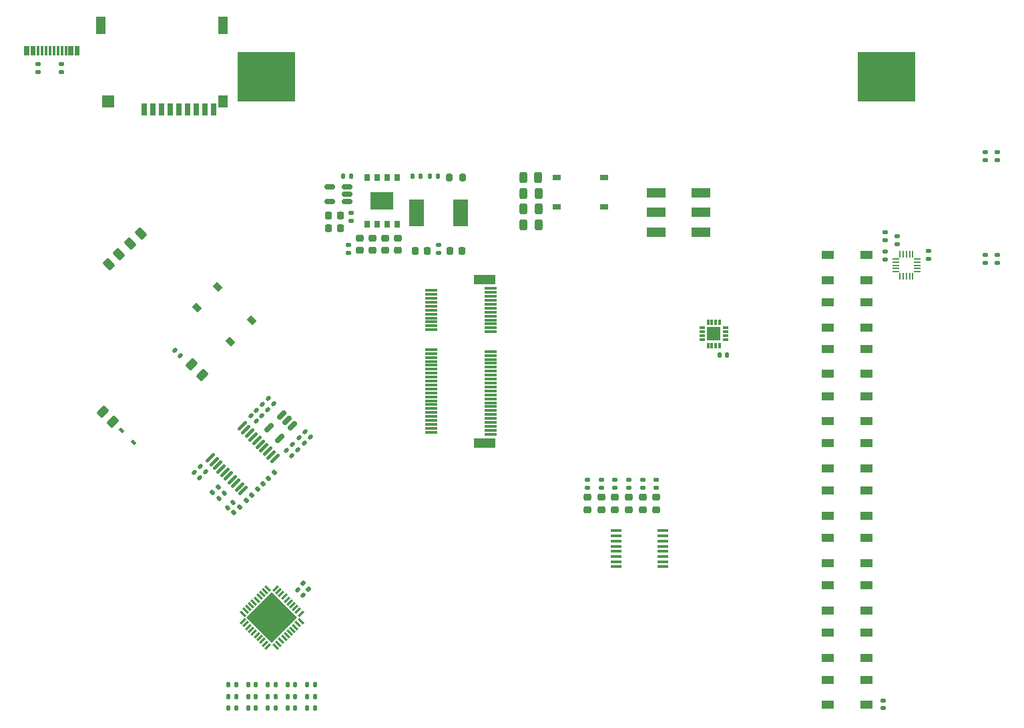
<source format=gbr>
%TF.GenerationSoftware,KiCad,Pcbnew,(6.0.5)*%
%TF.CreationDate,2022-06-18T22:15:24+02:00*%
%TF.ProjectId,clarinoid-devboard,636c6172-696e-46f6-9964-2d646576626f,rev?*%
%TF.SameCoordinates,Original*%
%TF.FileFunction,Paste,Top*%
%TF.FilePolarity,Positive*%
%FSLAX46Y46*%
G04 Gerber Fmt 4.6, Leading zero omitted, Abs format (unit mm)*
G04 Created by KiCad (PCBNEW (6.0.5)) date 2022-06-18 22:15:24*
%MOMM*%
%LPD*%
G01*
G04 APERTURE LIST*
G04 Aperture macros list*
%AMRoundRect*
0 Rectangle with rounded corners*
0 $1 Rounding radius*
0 $2 $3 $4 $5 $6 $7 $8 $9 X,Y pos of 4 corners*
0 Add a 4 corners polygon primitive as box body*
4,1,4,$2,$3,$4,$5,$6,$7,$8,$9,$2,$3,0*
0 Add four circle primitives for the rounded corners*
1,1,$1+$1,$2,$3*
1,1,$1+$1,$4,$5*
1,1,$1+$1,$6,$7*
1,1,$1+$1,$8,$9*
0 Add four rect primitives between the rounded corners*
20,1,$1+$1,$2,$3,$4,$5,0*
20,1,$1+$1,$4,$5,$6,$7,0*
20,1,$1+$1,$6,$7,$8,$9,0*
20,1,$1+$1,$8,$9,$2,$3,0*%
%AMRotRect*
0 Rectangle, with rotation*
0 The origin of the aperture is its center*
0 $1 length*
0 $2 width*
0 $3 Rotation angle, in degrees counterclockwise*
0 Add horizontal line*
21,1,$1,$2,0,0,$3*%
%AMFreePoly0*
4,1,14,0.354215,0.088284,0.450784,-0.008285,0.462500,-0.036569,0.462500,-0.060000,0.450784,-0.088284,0.422500,-0.100000,-0.422500,-0.100000,-0.450784,-0.088284,-0.462500,-0.060000,-0.462500,0.060000,-0.450784,0.088284,-0.422500,0.100000,0.325931,0.100000,0.354215,0.088284,0.354215,0.088284,$1*%
%AMFreePoly1*
4,1,14,0.450784,0.088284,0.462500,0.060000,0.462500,0.036569,0.450784,0.008285,0.354215,-0.088284,0.325931,-0.100000,-0.422500,-0.100000,-0.450784,-0.088284,-0.462500,-0.060000,-0.462500,0.060000,-0.450784,0.088284,-0.422500,0.100000,0.422500,0.100000,0.450784,0.088284,0.450784,0.088284,$1*%
%AMFreePoly2*
4,1,14,0.088284,0.450784,0.100000,0.422500,0.100000,-0.422500,0.088284,-0.450784,0.060000,-0.462500,-0.060000,-0.462500,-0.088284,-0.450784,-0.100000,-0.422500,-0.100000,0.325931,-0.088284,0.354215,0.008285,0.450784,0.036569,0.462500,0.060000,0.462500,0.088284,0.450784,0.088284,0.450784,$1*%
%AMFreePoly3*
4,1,14,-0.008285,0.450784,0.088284,0.354215,0.100000,0.325931,0.100000,-0.422500,0.088284,-0.450784,0.060000,-0.462500,-0.060000,-0.462500,-0.088284,-0.450784,-0.100000,-0.422500,-0.100000,0.422500,-0.088284,0.450784,-0.060000,0.462500,-0.036569,0.462500,-0.008285,0.450784,-0.008285,0.450784,$1*%
%AMFreePoly4*
4,1,14,0.450784,0.088284,0.462500,0.060000,0.462500,-0.060000,0.450784,-0.088284,0.422500,-0.100000,-0.325931,-0.100000,-0.354215,-0.088284,-0.450784,0.008285,-0.462500,0.036569,-0.462500,0.060000,-0.450784,0.088284,-0.422500,0.100000,0.422500,0.100000,0.450784,0.088284,0.450784,0.088284,$1*%
%AMFreePoly5*
4,1,14,0.450784,0.088284,0.462500,0.060000,0.462500,-0.060000,0.450784,-0.088284,0.422500,-0.100000,-0.422500,-0.100000,-0.450784,-0.088284,-0.462500,-0.060000,-0.462500,-0.036569,-0.450784,-0.008285,-0.354215,0.088284,-0.325931,0.100000,0.422500,0.100000,0.450784,0.088284,0.450784,0.088284,$1*%
%AMFreePoly6*
4,1,14,0.088284,0.450784,0.100000,0.422500,0.100000,-0.325931,0.088284,-0.354215,-0.008285,-0.450784,-0.036569,-0.462500,-0.060000,-0.462500,-0.088284,-0.450784,-0.100000,-0.422500,-0.100000,0.422500,-0.088284,0.450784,-0.060000,0.462500,0.060000,0.462500,0.088284,0.450784,0.088284,0.450784,$1*%
%AMFreePoly7*
4,1,14,0.088284,0.450784,0.100000,0.422500,0.100000,-0.422500,0.088284,-0.450784,0.060000,-0.462500,0.036569,-0.462500,0.008285,-0.450784,-0.088284,-0.354215,-0.100000,-0.325931,-0.100000,0.422500,-0.088284,0.450784,-0.060000,0.462500,0.060000,0.462500,0.088284,0.450784,0.088284,0.450784,$1*%
G04 Aperture macros list end*
%ADD10RoundRect,0.147500X-0.147500X-0.172500X0.147500X-0.172500X0.147500X0.172500X-0.147500X0.172500X0*%
%ADD11RoundRect,0.218750X0.256250X-0.218750X0.256250X0.218750X-0.256250X0.218750X-0.256250X-0.218750X0*%
%ADD12RoundRect,0.140000X-0.219203X-0.021213X-0.021213X-0.219203X0.219203X0.021213X0.021213X0.219203X0*%
%ADD13RoundRect,0.225000X0.225000X0.250000X-0.225000X0.250000X-0.225000X-0.250000X0.225000X-0.250000X0*%
%ADD14RoundRect,0.135000X0.185000X-0.135000X0.185000X0.135000X-0.185000X0.135000X-0.185000X-0.135000X0*%
%ADD15RoundRect,0.225000X-0.250000X0.225000X-0.250000X-0.225000X0.250000X-0.225000X0.250000X0.225000X0*%
%ADD16RotRect,0.600000X0.450000X315.000000*%
%ADD17RoundRect,0.140000X0.170000X-0.140000X0.170000X0.140000X-0.170000X0.140000X-0.170000X-0.140000X0*%
%ADD18RoundRect,0.135000X0.135000X0.185000X-0.135000X0.185000X-0.135000X-0.185000X0.135000X-0.185000X0*%
%ADD19R,1.475000X0.450000*%
%ADD20R,0.700000X0.950000*%
%ADD21R,2.850000X2.250000*%
%ADD22R,2.375000X1.300000*%
%ADD23RoundRect,0.140000X0.021213X-0.219203X0.219203X-0.021213X-0.021213X0.219203X-0.219203X0.021213X0*%
%ADD24R,1.500000X1.000000*%
%ADD25R,7.340000X6.350000*%
%ADD26R,1.850000X3.500000*%
%ADD27RoundRect,0.135000X-0.185000X0.135000X-0.185000X-0.135000X0.185000X-0.135000X0.185000X0.135000X0*%
%ADD28RoundRect,0.243750X0.243750X0.456250X-0.243750X0.456250X-0.243750X-0.456250X0.243750X-0.456250X0*%
%ADD29RotRect,0.300000X0.850000X45.000000*%
%ADD30RotRect,0.300000X0.850000X315.000000*%
%ADD31RotRect,4.550000X4.550000X315.000000*%
%ADD32RoundRect,0.140000X0.140000X0.170000X-0.140000X0.170000X-0.140000X-0.170000X0.140000X-0.170000X0*%
%ADD33RoundRect,0.135000X0.226274X0.035355X0.035355X0.226274X-0.226274X-0.035355X-0.035355X-0.226274X0*%
%ADD34RoundRect,0.140000X0.219203X0.021213X0.021213X0.219203X-0.219203X-0.021213X-0.021213X-0.219203X0*%
%ADD35RoundRect,0.243750X-0.243750X-0.456250X0.243750X-0.456250X0.243750X0.456250X-0.243750X0.456250X0*%
%ADD36RoundRect,0.150000X0.512500X0.150000X-0.512500X0.150000X-0.512500X-0.150000X0.512500X-0.150000X0*%
%ADD37RoundRect,0.135000X-0.035355X0.226274X-0.226274X0.035355X0.035355X-0.226274X0.226274X-0.035355X0*%
%ADD38RoundRect,0.250000X0.132583X-0.503814X0.503814X-0.132583X-0.132583X0.503814X-0.503814X0.132583X0*%
%ADD39RoundRect,0.250000X0.503814X0.132583X0.132583X0.503814X-0.503814X-0.132583X-0.132583X-0.503814X0*%
%ADD40FreePoly0,270.000000*%
%ADD41RoundRect,0.050000X-0.050000X0.412500X-0.050000X-0.412500X0.050000X-0.412500X0.050000X0.412500X0*%
%ADD42FreePoly1,270.000000*%
%ADD43FreePoly2,270.000000*%
%ADD44RoundRect,0.050000X-0.412500X0.050000X-0.412500X-0.050000X0.412500X-0.050000X0.412500X0.050000X0*%
%ADD45FreePoly3,270.000000*%
%ADD46FreePoly4,270.000000*%
%ADD47FreePoly5,270.000000*%
%ADD48FreePoly6,270.000000*%
%ADD49FreePoly7,270.000000*%
%ADD50R,0.700000X1.600000*%
%ADD51R,1.200000X1.500000*%
%ADD52R,1.200000X2.200000*%
%ADD53R,1.600000X1.500000*%
%ADD54RoundRect,0.135000X0.035355X-0.226274X0.226274X-0.035355X-0.035355X0.226274X-0.226274X0.035355X0*%
%ADD55RoundRect,0.100000X-0.380070X-0.521491X0.521491X0.380070X0.380070X0.521491X-0.521491X-0.380070X0*%
%ADD56R,0.300000X0.800000*%
%ADD57R,0.800000X0.300000*%
%ADD58R,1.800000X1.800000*%
%ADD59RoundRect,0.140000X-0.170000X0.140000X-0.170000X-0.140000X0.170000X-0.140000X0.170000X0.140000X0*%
%ADD60R,0.300000X1.150000*%
%ADD61R,1.550000X0.300000*%
%ADD62R,2.750000X1.200000*%
%ADD63RoundRect,0.200000X0.200000X0.275000X-0.200000X0.275000X-0.200000X-0.275000X0.200000X-0.275000X0*%
%ADD64RoundRect,0.225000X-0.225000X-0.250000X0.225000X-0.250000X0.225000X0.250000X-0.225000X0.250000X0*%
%ADD65RoundRect,0.140000X-0.140000X-0.170000X0.140000X-0.170000X0.140000X0.170000X-0.140000X0.170000X0*%
%ADD66R,1.000000X0.750000*%
%ADD67RoundRect,0.250000X-0.503814X-0.132583X-0.132583X-0.503814X0.503814X0.132583X0.132583X0.503814X0*%
%ADD68RotRect,1.000000X0.750000X315.000000*%
%ADD69RoundRect,0.150000X0.256326X0.468458X-0.468458X-0.256326X-0.256326X-0.468458X0.468458X0.256326X0*%
G04 APERTURE END LIST*
D10*
%TO.C,D19*%
X119713312Y-114934542D03*
X120683312Y-114934542D03*
%TD*%
D11*
%TO.C,D5*%
X171493312Y-91247042D03*
X171493312Y-89672042D03*
%TD*%
D12*
%TO.C,C4*%
X126883077Y-81371386D03*
X127561899Y-82050208D03*
%TD*%
D13*
%TO.C,C28*%
X131420804Y-55512034D03*
X129870804Y-55512034D03*
%TD*%
D14*
%TO.C,R38*%
X164493312Y-88459542D03*
X164493312Y-87439542D03*
%TD*%
D15*
%TO.C,C21*%
X135460804Y-56797034D03*
X135460804Y-58347034D03*
%TD*%
D11*
%TO.C,D7*%
X169743312Y-91247042D03*
X169743312Y-89672042D03*
%TD*%
D14*
%TO.C,R35*%
X169743312Y-88459542D03*
X169743312Y-87439542D03*
%TD*%
%TO.C,R40*%
X213198312Y-46934542D03*
X213198312Y-45914542D03*
%TD*%
D10*
%TO.C,D23*%
X119713312Y-116434542D03*
X120683312Y-116434542D03*
%TD*%
D16*
%TO.C,D6*%
X103675702Y-81230055D03*
X105160626Y-82714979D03*
%TD*%
D10*
%TO.C,D15*%
X117213312Y-113434542D03*
X118183312Y-113434542D03*
%TD*%
%TO.C,D26*%
X127213312Y-116434542D03*
X128183312Y-116434542D03*
%TD*%
D17*
%TO.C,C23*%
X132460804Y-58657034D03*
X132460804Y-57697034D03*
%TD*%
D18*
%TO.C,R10*%
X132770804Y-48912034D03*
X131750804Y-48912034D03*
%TD*%
D17*
%TO.C,C26*%
X132745804Y-54572034D03*
X132745804Y-53612034D03*
%TD*%
D12*
%TO.C,C14*%
X122226946Y-77146256D03*
X122905768Y-77825078D03*
%TD*%
D17*
%TO.C,C25*%
X200468792Y-57032042D03*
X200468792Y-56072042D03*
%TD*%
D11*
%TO.C,D9*%
X166243312Y-91237042D03*
X166243312Y-89662042D03*
%TD*%
D13*
%TO.C,C18*%
X142435804Y-58397034D03*
X140885804Y-58397034D03*
%TD*%
D15*
%TO.C,C20*%
X137060804Y-56797034D03*
X137060804Y-58347034D03*
%TD*%
D19*
%TO.C,IC1*%
X166385312Y-93934542D03*
X166385312Y-94584542D03*
X166385312Y-95234542D03*
X166385312Y-95884542D03*
X166385312Y-96534542D03*
X166385312Y-97184542D03*
X166385312Y-97834542D03*
X166385312Y-98484542D03*
X172261312Y-98484542D03*
X172261312Y-97834542D03*
X172261312Y-97184542D03*
X172261312Y-96534542D03*
X172261312Y-95884542D03*
X172261312Y-95234542D03*
X172261312Y-94584542D03*
X172261312Y-93934542D03*
%TD*%
D20*
%TO.C,IC2*%
X138560804Y-49097034D03*
X137290804Y-49097034D03*
X136020804Y-49097034D03*
X134750804Y-49097034D03*
X134750804Y-55047034D03*
X136020804Y-55047034D03*
X137290804Y-55047034D03*
X138560804Y-55047034D03*
D21*
X136655804Y-52072034D03*
%TD*%
D22*
%TO.C,U10*%
X177118804Y-51032034D03*
X177118804Y-53532034D03*
X177118804Y-56032034D03*
X171492804Y-56032034D03*
X171492804Y-53532034D03*
X171492804Y-51032034D03*
%TD*%
D10*
%TO.C,D13*%
X122213312Y-113434542D03*
X123183312Y-113434542D03*
%TD*%
D23*
%TO.C,C12*%
X117099730Y-90977956D03*
X117778552Y-90299134D03*
%TD*%
D24*
%TO.C,D32*%
X198098312Y-86034542D03*
X198098312Y-82834542D03*
X193198312Y-82834542D03*
X193198312Y-86034542D03*
%TD*%
D25*
%TO.C,BT1*%
X121988304Y-36346568D03*
X200648304Y-36346568D03*
%TD*%
D26*
%TO.C,L1*%
X141060804Y-53612034D03*
X146660804Y-53612034D03*
%TD*%
D27*
%TO.C,R4*%
X205993312Y-58439542D03*
X205993312Y-59459542D03*
%TD*%
D10*
%TO.C,D20*%
X124713312Y-114934542D03*
X125683312Y-114934542D03*
%TD*%
%TO.C,D25*%
X127213312Y-113434542D03*
X128183312Y-113434542D03*
%TD*%
D14*
%TO.C,R41*%
X214698312Y-46944542D03*
X214698312Y-45924542D03*
%TD*%
D24*
%TO.C,D31*%
X198098312Y-92034542D03*
X198098312Y-88834542D03*
X193198312Y-88834542D03*
X193198312Y-92034542D03*
%TD*%
D11*
%TO.C,D11*%
X162743312Y-91237042D03*
X162743312Y-89662042D03*
%TD*%
D28*
%TO.C,D1*%
X156518304Y-55096568D03*
X154643304Y-55096568D03*
%TD*%
D29*
%TO.C,IC3*%
X122203337Y-101257587D03*
X121849784Y-101611140D03*
X121496230Y-101964694D03*
X121142677Y-102318247D03*
X120789124Y-102671800D03*
X120435570Y-103025354D03*
X120082017Y-103378907D03*
X119728464Y-103732460D03*
X119374910Y-104086014D03*
X119021357Y-104439567D03*
D30*
X119021357Y-105429517D03*
X119374910Y-105783070D03*
X119728464Y-106136624D03*
X120082017Y-106490177D03*
X120435570Y-106843730D03*
X120789124Y-107197284D03*
X121142677Y-107550837D03*
X121496230Y-107904390D03*
X121849784Y-108257944D03*
X122203337Y-108611497D03*
D29*
X123193287Y-108611497D03*
X123546840Y-108257944D03*
X123900394Y-107904390D03*
X124253947Y-107550837D03*
X124607500Y-107197284D03*
X124961054Y-106843730D03*
X125314607Y-106490177D03*
X125668160Y-106136624D03*
X126021714Y-105783070D03*
X126375267Y-105429517D03*
D30*
X126375267Y-104439567D03*
X126021714Y-104086014D03*
X125668160Y-103732460D03*
X125314607Y-103378907D03*
X124961054Y-103025354D03*
X124607500Y-102671800D03*
X124253947Y-102318247D03*
X123900394Y-101964694D03*
X123546840Y-101611140D03*
X123193287Y-101257587D03*
D31*
X122698312Y-104934542D03*
%TD*%
D32*
%TO.C,C15*%
X143740804Y-48897034D03*
X142780804Y-48897034D03*
%TD*%
D24*
%TO.C,D36*%
X198148312Y-62134542D03*
X198148312Y-58934542D03*
X193248312Y-58934542D03*
X193248312Y-62134542D03*
%TD*%
D10*
%TO.C,D18*%
X122213312Y-116434542D03*
X123183312Y-116434542D03*
%TD*%
%TO.C,D22*%
X117213312Y-116434542D03*
X118183312Y-116434542D03*
%TD*%
D24*
%TO.C,D27*%
X198098312Y-116034542D03*
X198098312Y-112834542D03*
X193198312Y-112834542D03*
X193198312Y-116034542D03*
%TD*%
D33*
%TO.C,R16*%
X127353936Y-101310166D03*
X126632688Y-100588918D03*
%TD*%
D12*
%TO.C,C27*%
X110442714Y-71026505D03*
X111121536Y-71705327D03*
%TD*%
D34*
%TO.C,C8*%
X113501248Y-87229599D03*
X112822426Y-86550777D03*
%TD*%
%TO.C,C5*%
X126017038Y-83623354D03*
X125338216Y-82944532D03*
%TD*%
D23*
%TO.C,C9*%
X115982501Y-89832443D03*
X116661323Y-89153621D03*
%TD*%
D24*
%TO.C,D35*%
X198148312Y-68134542D03*
X198148312Y-64934542D03*
X193248312Y-64934542D03*
X193248312Y-68134542D03*
%TD*%
D11*
%TO.C,D8*%
X167993312Y-91237042D03*
X167993312Y-89662042D03*
%TD*%
D10*
%TO.C,D17*%
X122213312Y-114934542D03*
X123183312Y-114934542D03*
%TD*%
%TO.C,D14*%
X119713312Y-113434542D03*
X120683312Y-113434542D03*
%TD*%
D35*
%TO.C,D2*%
X154643304Y-53096568D03*
X156518304Y-53096568D03*
%TD*%
D36*
%TO.C,U11*%
X132283304Y-52162034D03*
X132283304Y-51212034D03*
X132283304Y-50262034D03*
X130008304Y-50262034D03*
X130008304Y-52162034D03*
%TD*%
D37*
%TO.C,R6*%
X118613630Y-90913626D03*
X117892382Y-91634874D03*
%TD*%
D24*
%TO.C,D29*%
X198098312Y-104034542D03*
X198098312Y-100834542D03*
X193198312Y-100834542D03*
X193198312Y-104034542D03*
%TD*%
D17*
%TO.C,C24*%
X201993312Y-57539542D03*
X201993312Y-56579542D03*
%TD*%
D12*
%TO.C,C11*%
X121519839Y-77853363D03*
X122198661Y-78532185D03*
%TD*%
D14*
%TO.C,R34*%
X171493312Y-88459542D03*
X171493312Y-87439542D03*
%TD*%
D34*
%TO.C,C6*%
X125225078Y-84387029D03*
X124546256Y-83708207D03*
%TD*%
D10*
%TO.C,D16*%
X117213312Y-114934542D03*
X118183312Y-114934542D03*
%TD*%
D15*
%TO.C,C17*%
X138660804Y-56797034D03*
X138660804Y-58347034D03*
%TD*%
D10*
%TO.C,D24*%
X124713312Y-116434542D03*
X125683312Y-116434542D03*
%TD*%
D38*
%TO.C,R21*%
X102015569Y-60092269D03*
X103306039Y-58801799D03*
%TD*%
D39*
%TO.C,R22*%
X113840362Y-74141310D03*
X112549892Y-72850840D03*
%TD*%
D35*
%TO.C,D4*%
X154580804Y-49096568D03*
X156455804Y-49096568D03*
%TD*%
D14*
%TO.C,R37*%
X166243312Y-88459542D03*
X166243312Y-87439542D03*
%TD*%
D40*
%TO.C,U4*%
X203993312Y-58852042D03*
D41*
X203593312Y-58852042D03*
X203193312Y-58852042D03*
X202793312Y-58852042D03*
D42*
X202393312Y-58852042D03*
D43*
X201805812Y-59439542D03*
D44*
X201805812Y-59839542D03*
X201805812Y-60239542D03*
X201805812Y-60639542D03*
D45*
X201805812Y-61039542D03*
D46*
X202393312Y-61627042D03*
D41*
X202793312Y-61627042D03*
X203193312Y-61627042D03*
X203593312Y-61627042D03*
D47*
X203993312Y-61627042D03*
D48*
X204580812Y-61039542D03*
D44*
X204580812Y-60639542D03*
X204580812Y-60239542D03*
X204580812Y-59839542D03*
D49*
X204580812Y-59439542D03*
%TD*%
D27*
%TO.C,R11*%
X143860804Y-57687034D03*
X143860804Y-58707034D03*
%TD*%
D50*
%TO.C,J3*%
X106525000Y-40437500D03*
X107625000Y-40437500D03*
X108725000Y-40437500D03*
X109825000Y-40437500D03*
X110925000Y-40437500D03*
X112025000Y-40437500D03*
X113125000Y-40437500D03*
X114225000Y-40437500D03*
X115325000Y-40437500D03*
D51*
X116525000Y-39437500D03*
D52*
X116525000Y-29837500D03*
X101025000Y-29837500D03*
D53*
X101925000Y-39437500D03*
%TD*%
D37*
%TO.C,R3*%
X123004763Y-86550777D03*
X122283515Y-87272025D03*
%TD*%
D34*
%TO.C,C13*%
X121420844Y-79310003D03*
X120742022Y-78631181D03*
%TD*%
D24*
%TO.C,D33*%
X198098312Y-80034542D03*
X198098312Y-76834542D03*
X193198312Y-76834542D03*
X193198312Y-80034542D03*
%TD*%
D54*
%TO.C,R1*%
X119455088Y-90100452D03*
X120176336Y-89379204D03*
%TD*%
D11*
%TO.C,D10*%
X164493312Y-91247042D03*
X164493312Y-89672042D03*
%TD*%
D12*
%TO.C,C3*%
X126138931Y-82115533D03*
X126817753Y-82794355D03*
%TD*%
D14*
%TO.C,R7*%
X93018304Y-35746568D03*
X93018304Y-34726568D03*
%TD*%
D55*
%TO.C,U1*%
X114903088Y-84689318D03*
X115362707Y-85148937D03*
X115822326Y-85608557D03*
X116281946Y-86068176D03*
X116741565Y-86527795D03*
X117201185Y-86987415D03*
X117660804Y-87447034D03*
X118120423Y-87906654D03*
X118580043Y-88366273D03*
X119039662Y-88825892D03*
X123087848Y-84777706D03*
X122628229Y-84318087D03*
X122168610Y-83858467D03*
X121708990Y-83398848D03*
X121249371Y-82939229D03*
X120789751Y-82479609D03*
X120330132Y-82019990D03*
X119870513Y-81560370D03*
X119410893Y-81100751D03*
X118951274Y-80641132D03*
%TD*%
D14*
%TO.C,R8*%
X96018304Y-35746568D03*
X96018304Y-34726568D03*
%TD*%
D28*
%TO.C,D3*%
X156518304Y-51096568D03*
X154643304Y-51096568D03*
%TD*%
D56*
%TO.C,IC4*%
X178016565Y-70447523D03*
X178516565Y-70447523D03*
X179016565Y-70447523D03*
X179516565Y-70447523D03*
D57*
X180266565Y-69697523D03*
X180266565Y-69197523D03*
X180266565Y-68697523D03*
X180266565Y-68197523D03*
D56*
X179516565Y-67447523D03*
X179016565Y-67447523D03*
X178516565Y-67447523D03*
X178016565Y-67447523D03*
D57*
X177266565Y-68197523D03*
X177266565Y-68697523D03*
X177266565Y-69197523D03*
X177266565Y-69697523D03*
D58*
X178766565Y-68947523D03*
%TD*%
D59*
%TO.C,C2*%
X200198312Y-115474542D03*
X200198312Y-116434542D03*
%TD*%
D24*
%TO.C,D30*%
X198098312Y-98034542D03*
X198098312Y-94834542D03*
X193198312Y-94834542D03*
X193198312Y-98034542D03*
%TD*%
%TO.C,D28*%
X198098312Y-110034542D03*
X198098312Y-106834542D03*
X193198312Y-106834542D03*
X193198312Y-110034542D03*
%TD*%
D27*
%TO.C,R13*%
X213198312Y-58934542D03*
X213198312Y-59954542D03*
%TD*%
D60*
%TO.C,J2*%
X98168304Y-33016568D03*
X97368304Y-33016568D03*
X96068304Y-33016568D03*
X95068304Y-33016568D03*
X94568304Y-33016568D03*
X93568304Y-33016568D03*
X92268304Y-33016568D03*
X91468304Y-33016568D03*
X91768304Y-33016568D03*
X92568304Y-33016568D03*
X93068304Y-33016568D03*
X94068304Y-33016568D03*
X95568304Y-33016568D03*
X96568304Y-33016568D03*
X97068304Y-33016568D03*
X97868304Y-33016568D03*
%TD*%
D34*
%TO.C,C1*%
X126672134Y-102128364D03*
X125993312Y-101449542D03*
%TD*%
%TO.C,C10*%
X120713737Y-80017109D03*
X120034915Y-79338287D03*
%TD*%
D14*
%TO.C,R36*%
X167993312Y-88459542D03*
X167993312Y-87439542D03*
%TD*%
D61*
%TO.C,U3*%
X150473312Y-63184542D03*
X142923312Y-63434542D03*
X150473312Y-63684542D03*
X142923312Y-63934542D03*
X150473312Y-64184542D03*
X142923312Y-64434542D03*
X150473312Y-64684542D03*
X142923312Y-64934542D03*
X150473312Y-65184542D03*
X142923312Y-65434542D03*
X150473312Y-65684542D03*
X142923312Y-65934542D03*
X150473312Y-66184542D03*
X142923312Y-66434542D03*
X150473312Y-66684542D03*
X142923312Y-66934542D03*
X150473312Y-67184542D03*
X142923312Y-67434542D03*
X150473312Y-67684542D03*
X142923312Y-67934542D03*
X150473312Y-68184542D03*
X142923312Y-68434542D03*
X150473312Y-68684542D03*
X142923312Y-70934542D03*
X150473312Y-71184542D03*
X142923312Y-71434542D03*
X150473312Y-71684542D03*
X142923312Y-71934542D03*
X150473312Y-72184542D03*
X142923312Y-72434542D03*
X150473312Y-72684542D03*
X142923312Y-72934542D03*
X150473312Y-73184542D03*
X142923312Y-73434542D03*
X150473312Y-73684542D03*
X142923312Y-73934542D03*
X150473312Y-74184542D03*
X142923312Y-74434542D03*
X150473312Y-74684542D03*
X142923312Y-74934542D03*
X150473312Y-75184542D03*
X142923312Y-75434542D03*
X150473312Y-75684542D03*
X142923312Y-75934542D03*
X150473312Y-76184542D03*
X142923312Y-76434542D03*
X150473312Y-76684542D03*
X142923312Y-76934542D03*
X150473312Y-77184542D03*
X142923312Y-77434542D03*
X150473312Y-77684542D03*
X142923312Y-77934542D03*
X150473312Y-78184542D03*
X142923312Y-78434542D03*
X150473312Y-78684542D03*
X142923312Y-78934542D03*
X150473312Y-79184542D03*
X142923312Y-79434542D03*
X150473312Y-79684542D03*
X142923312Y-79934542D03*
X150473312Y-80184542D03*
X142923312Y-80434542D03*
X150473312Y-80684542D03*
X142923312Y-80934542D03*
X150473312Y-81184542D03*
X142923312Y-81434542D03*
X150473312Y-81684542D03*
D62*
X149698312Y-62084542D03*
X149698312Y-82784542D03*
%TD*%
D63*
%TO.C,R9*%
X146885804Y-49097034D03*
X145235804Y-49097034D03*
%TD*%
D37*
%TO.C,R5*%
X115890577Y-88368733D03*
X115169329Y-89089981D03*
%TD*%
D15*
%TO.C,C22*%
X133860804Y-56797034D03*
X133860804Y-58347034D03*
%TD*%
D37*
%TO.C,R2*%
X121597620Y-87957919D03*
X120876372Y-88679167D03*
%TD*%
D14*
%TO.C,R12*%
X200493312Y-59559542D03*
X200493312Y-58539542D03*
%TD*%
D64*
%TO.C,C19*%
X145285804Y-58397034D03*
X146835804Y-58397034D03*
%TD*%
D65*
%TO.C,C16*%
X140580804Y-48897034D03*
X141540804Y-48897034D03*
%TD*%
D24*
%TO.C,D34*%
X198098312Y-74034542D03*
X198098312Y-70834542D03*
X193198312Y-70834542D03*
X193198312Y-74034542D03*
%TD*%
D38*
%TO.C,R20*%
X104773285Y-57475973D03*
X106063755Y-56185503D03*
%TD*%
D65*
%TO.C,C30*%
X179461565Y-71607523D03*
X180421565Y-71607523D03*
%TD*%
D27*
%TO.C,R14*%
X214698312Y-58934542D03*
X214698312Y-59954542D03*
%TD*%
D10*
%TO.C,D21*%
X127213312Y-114934542D03*
X128183312Y-114934542D03*
%TD*%
D66*
%TO.C,SW1*%
X164823304Y-52822034D03*
X164823304Y-49072034D03*
X158823304Y-52822034D03*
X158823304Y-49072034D03*
%TD*%
D13*
%TO.C,C29*%
X131420804Y-53912034D03*
X129870804Y-53912034D03*
%TD*%
D12*
%TO.C,C7*%
X113600243Y-85772959D03*
X114279065Y-86451781D03*
%TD*%
D14*
%TO.C,R39*%
X162743312Y-88459542D03*
X162743312Y-87439542D03*
%TD*%
D10*
%TO.C,D12*%
X124713312Y-113434542D03*
X125683312Y-113434542D03*
%TD*%
D67*
%TO.C,R19*%
X101236184Y-78790537D03*
X102526654Y-80081007D03*
%TD*%
D68*
%TO.C,SW6*%
X115865309Y-62999888D03*
X113213658Y-65651539D03*
X120107950Y-67242529D03*
X117456299Y-69894180D03*
%TD*%
D69*
%TO.C,U7*%
X125315234Y-80605776D03*
X124643483Y-79934025D03*
X123971732Y-79262274D03*
X122363064Y-80870942D03*
X123706566Y-82214444D03*
%TD*%
M02*

</source>
